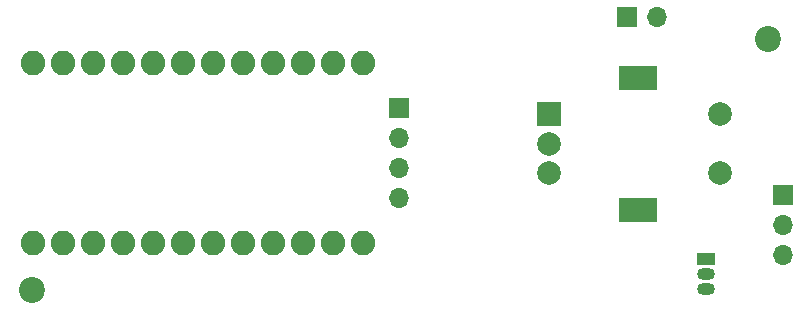
<source format=gbr>
%TF.GenerationSoftware,KiCad,Pcbnew,(6.0.4)*%
%TF.CreationDate,2022-04-25T14:33:06+01:00*%
%TF.ProjectId,CameraIntervalometer,43616d65-7261-4496-9e74-657276616c6f,rev?*%
%TF.SameCoordinates,Original*%
%TF.FileFunction,Soldermask,Bot*%
%TF.FilePolarity,Negative*%
%FSLAX46Y46*%
G04 Gerber Fmt 4.6, Leading zero omitted, Abs format (unit mm)*
G04 Created by KiCad (PCBNEW (6.0.4)) date 2022-04-25 14:33:06*
%MOMM*%
%LPD*%
G01*
G04 APERTURE LIST*
%ADD10C,2.200000*%
%ADD11R,2.000000X2.000000*%
%ADD12C,2.000000*%
%ADD13R,3.200000X2.000000*%
%ADD14R,1.500000X1.050000*%
%ADD15O,1.500000X1.050000*%
%ADD16R,1.700000X1.700000*%
%ADD17O,1.700000X1.700000*%
%ADD18C,2.082800*%
G04 APERTURE END LIST*
D10*
%TO.C,H3*%
X116750000Y-93800000D03*
%TD*%
%TO.C,H2*%
X179050000Y-72550000D03*
%TD*%
D11*
%TO.C,SW1*%
X160500000Y-78950000D03*
D12*
X160500000Y-83950000D03*
X160500000Y-81450000D03*
D13*
X168000000Y-75850000D03*
X168000000Y-87050000D03*
D12*
X175000000Y-83950000D03*
X175000000Y-78950000D03*
%TD*%
D14*
%TO.C,Q1*%
X173800000Y-91230000D03*
D15*
X173800000Y-92500000D03*
X173800000Y-93770000D03*
%TD*%
D16*
%TO.C,J1*%
X180300000Y-85760000D03*
D17*
X180300000Y-88300000D03*
X180300000Y-90840000D03*
%TD*%
D16*
%TO.C,BT1*%
X167100000Y-70700000D03*
D17*
X169640000Y-70700000D03*
%TD*%
D16*
%TO.C,U1*%
X147795000Y-78425000D03*
D17*
X147795000Y-80965000D03*
X147795000Y-83505000D03*
X147795000Y-86045000D03*
%TD*%
D18*
%TO.C,B1*%
X116835000Y-74580000D03*
X119375000Y-74580000D03*
X121915000Y-74580000D03*
X124455000Y-74580000D03*
X126995000Y-74580000D03*
X129535000Y-74580000D03*
X132075000Y-74580000D03*
X134615000Y-74580000D03*
X137155000Y-74580000D03*
X139695000Y-74580000D03*
X142235000Y-74580000D03*
X144775000Y-74580000D03*
X144775000Y-89820000D03*
X142235000Y-89820000D03*
X139695000Y-89820000D03*
X137155000Y-89820000D03*
X134615000Y-89820000D03*
X132075000Y-89820000D03*
X129535000Y-89820000D03*
X126995000Y-89820000D03*
X124455000Y-89820000D03*
X121915000Y-89820000D03*
X119375000Y-89820000D03*
X116835000Y-89820000D03*
%TD*%
M02*

</source>
